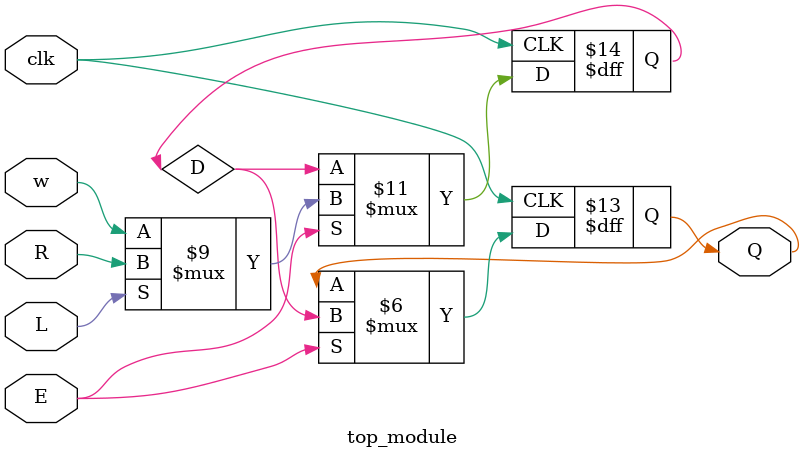
<source format=sv>
module top_module (
  input clk,
  input w,
  input R,
  input E,
  input L,
  output reg Q
);

reg D;

always @(posedge clk) begin
  if (E == 1'b1) begin
    if (L == 1'b1) begin
      D <= R;
    end else begin
      D <= w;
    end
  end
end

always @(posedge clk) begin
  if (E == 1'b1) begin
    Q <= D;
  end
end

endmodule

</source>
